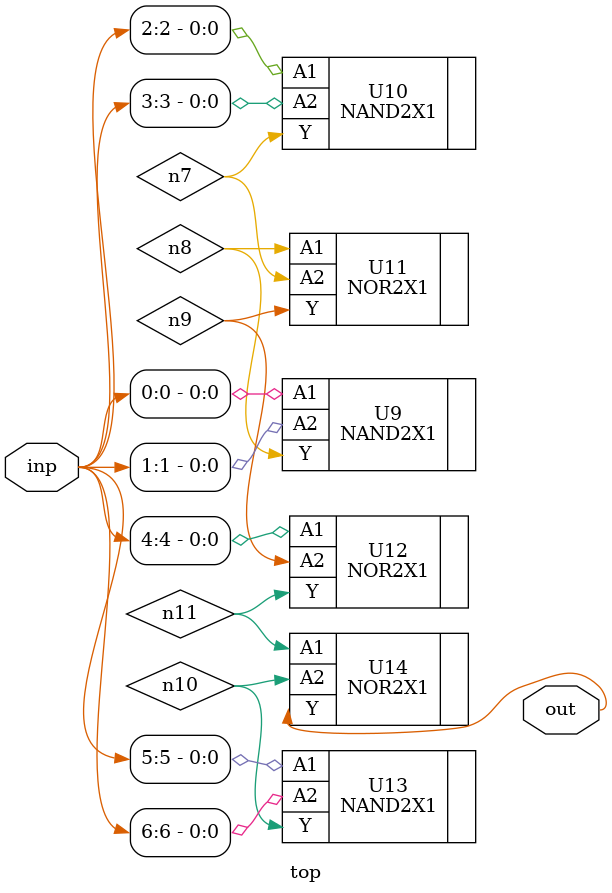
<source format=sv>


module top ( inp, out );
  input [6:0] inp;
  output out;
  wire   n7, n8, n9, n10, n11;

  NAND2X1 U9 ( .A1(inp[0]), .A2(inp[1]), .Y(n8) );
  NAND2X1 U10 ( .A1(inp[2]), .A2(inp[3]), .Y(n7) );
  NOR2X1 U11 ( .A1(n8), .A2(n7), .Y(n9) );
  NOR2X1 U12 ( .A1(inp[4]), .A2(n9), .Y(n11) );
  NAND2X1 U13 ( .A1(inp[5]), .A2(inp[6]), .Y(n10) );
  NOR2X1 U14 ( .A1(n11), .A2(n10), .Y(out) );
endmodule


</source>
